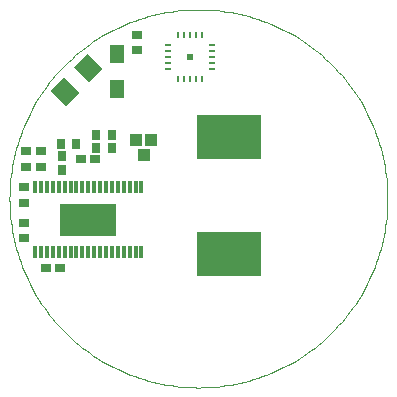
<source format=gbp>
G75*
%MOIN*%
%OFA0B0*%
%FSLAX25Y25*%
%IPPOS*%
%LPD*%
%AMOC8*
5,1,8,0,0,1.08239X$1,22.5*
%
%ADD10C,0.00004*%
%ADD11R,0.01240X0.04331*%
%ADD12R,0.18701X0.10827*%
%ADD13R,0.21654X0.15157*%
%ADD14R,0.02913X0.03642*%
%ADD15R,0.03543X0.02756*%
%ADD16R,0.03642X0.02913*%
%ADD17R,0.02756X0.03543*%
%ADD18R,0.01969X0.01969*%
%ADD19R,0.00800X0.01900*%
%ADD20R,0.01900X0.00800*%
%ADD21R,0.04724X0.05906*%
%ADD22R,0.06299X0.07087*%
%ADD23R,0.04000X0.04000*%
D10*
X0003244Y0070252D02*
X0003263Y0071798D01*
X0003320Y0073343D01*
X0003415Y0074886D01*
X0003547Y0076426D01*
X0003718Y0077963D01*
X0003926Y0079495D01*
X0004171Y0081021D01*
X0004454Y0082541D01*
X0004775Y0084054D01*
X0005132Y0085558D01*
X0005526Y0087053D01*
X0005956Y0088538D01*
X0006423Y0090011D01*
X0006926Y0091473D01*
X0007465Y0092923D01*
X0008039Y0094358D01*
X0008648Y0095779D01*
X0009292Y0097185D01*
X0009970Y0098574D01*
X0010682Y0099946D01*
X0011427Y0101301D01*
X0012206Y0102636D01*
X0013017Y0103953D01*
X0013860Y0105248D01*
X0014735Y0106523D01*
X0015640Y0107776D01*
X0016576Y0109007D01*
X0017543Y0110214D01*
X0018538Y0111397D01*
X0019562Y0112555D01*
X0020614Y0113688D01*
X0021694Y0114794D01*
X0022800Y0115874D01*
X0023933Y0116926D01*
X0025091Y0117950D01*
X0026274Y0118945D01*
X0027481Y0119912D01*
X0028712Y0120848D01*
X0029965Y0121753D01*
X0031240Y0122628D01*
X0032535Y0123471D01*
X0033852Y0124282D01*
X0035187Y0125061D01*
X0036542Y0125806D01*
X0037914Y0126518D01*
X0039303Y0127196D01*
X0040709Y0127840D01*
X0042130Y0128449D01*
X0043565Y0129023D01*
X0045015Y0129562D01*
X0046477Y0130065D01*
X0047950Y0130532D01*
X0049435Y0130962D01*
X0050930Y0131356D01*
X0052434Y0131713D01*
X0053947Y0132034D01*
X0055467Y0132317D01*
X0056993Y0132562D01*
X0058525Y0132770D01*
X0060062Y0132941D01*
X0061602Y0133073D01*
X0063145Y0133168D01*
X0064690Y0133225D01*
X0066236Y0133244D01*
X0067782Y0133225D01*
X0069327Y0133168D01*
X0070870Y0133073D01*
X0072410Y0132941D01*
X0073947Y0132770D01*
X0075479Y0132562D01*
X0077005Y0132317D01*
X0078525Y0132034D01*
X0080038Y0131713D01*
X0081542Y0131356D01*
X0083037Y0130962D01*
X0084522Y0130532D01*
X0085995Y0130065D01*
X0087457Y0129562D01*
X0088907Y0129023D01*
X0090342Y0128449D01*
X0091763Y0127840D01*
X0093169Y0127196D01*
X0094558Y0126518D01*
X0095930Y0125806D01*
X0097285Y0125061D01*
X0098620Y0124282D01*
X0099937Y0123471D01*
X0101232Y0122628D01*
X0102507Y0121753D01*
X0103760Y0120848D01*
X0104991Y0119912D01*
X0106198Y0118945D01*
X0107381Y0117950D01*
X0108539Y0116926D01*
X0109672Y0115874D01*
X0110778Y0114794D01*
X0111858Y0113688D01*
X0112910Y0112555D01*
X0113934Y0111397D01*
X0114929Y0110214D01*
X0115896Y0109007D01*
X0116832Y0107776D01*
X0117737Y0106523D01*
X0118612Y0105248D01*
X0119455Y0103953D01*
X0120266Y0102636D01*
X0121045Y0101301D01*
X0121790Y0099946D01*
X0122502Y0098574D01*
X0123180Y0097185D01*
X0123824Y0095779D01*
X0124433Y0094358D01*
X0125007Y0092923D01*
X0125546Y0091473D01*
X0126049Y0090011D01*
X0126516Y0088538D01*
X0126946Y0087053D01*
X0127340Y0085558D01*
X0127697Y0084054D01*
X0128018Y0082541D01*
X0128301Y0081021D01*
X0128546Y0079495D01*
X0128754Y0077963D01*
X0128925Y0076426D01*
X0129057Y0074886D01*
X0129152Y0073343D01*
X0129209Y0071798D01*
X0129228Y0070252D01*
X0129209Y0068706D01*
X0129152Y0067161D01*
X0129057Y0065618D01*
X0128925Y0064078D01*
X0128754Y0062541D01*
X0128546Y0061009D01*
X0128301Y0059483D01*
X0128018Y0057963D01*
X0127697Y0056450D01*
X0127340Y0054946D01*
X0126946Y0053451D01*
X0126516Y0051966D01*
X0126049Y0050493D01*
X0125546Y0049031D01*
X0125007Y0047581D01*
X0124433Y0046146D01*
X0123824Y0044725D01*
X0123180Y0043319D01*
X0122502Y0041930D01*
X0121790Y0040558D01*
X0121045Y0039203D01*
X0120266Y0037868D01*
X0119455Y0036551D01*
X0118612Y0035256D01*
X0117737Y0033981D01*
X0116832Y0032728D01*
X0115896Y0031497D01*
X0114929Y0030290D01*
X0113934Y0029107D01*
X0112910Y0027949D01*
X0111858Y0026816D01*
X0110778Y0025710D01*
X0109672Y0024630D01*
X0108539Y0023578D01*
X0107381Y0022554D01*
X0106198Y0021559D01*
X0104991Y0020592D01*
X0103760Y0019656D01*
X0102507Y0018751D01*
X0101232Y0017876D01*
X0099937Y0017033D01*
X0098620Y0016222D01*
X0097285Y0015443D01*
X0095930Y0014698D01*
X0094558Y0013986D01*
X0093169Y0013308D01*
X0091763Y0012664D01*
X0090342Y0012055D01*
X0088907Y0011481D01*
X0087457Y0010942D01*
X0085995Y0010439D01*
X0084522Y0009972D01*
X0083037Y0009542D01*
X0081542Y0009148D01*
X0080038Y0008791D01*
X0078525Y0008470D01*
X0077005Y0008187D01*
X0075479Y0007942D01*
X0073947Y0007734D01*
X0072410Y0007563D01*
X0070870Y0007431D01*
X0069327Y0007336D01*
X0067782Y0007279D01*
X0066236Y0007260D01*
X0064690Y0007279D01*
X0063145Y0007336D01*
X0061602Y0007431D01*
X0060062Y0007563D01*
X0058525Y0007734D01*
X0056993Y0007942D01*
X0055467Y0008187D01*
X0053947Y0008470D01*
X0052434Y0008791D01*
X0050930Y0009148D01*
X0049435Y0009542D01*
X0047950Y0009972D01*
X0046477Y0010439D01*
X0045015Y0010942D01*
X0043565Y0011481D01*
X0042130Y0012055D01*
X0040709Y0012664D01*
X0039303Y0013308D01*
X0037914Y0013986D01*
X0036542Y0014698D01*
X0035187Y0015443D01*
X0033852Y0016222D01*
X0032535Y0017033D01*
X0031240Y0017876D01*
X0029965Y0018751D01*
X0028712Y0019656D01*
X0027481Y0020592D01*
X0026274Y0021559D01*
X0025091Y0022554D01*
X0023933Y0023578D01*
X0022800Y0024630D01*
X0021694Y0025710D01*
X0020614Y0026816D01*
X0019562Y0027949D01*
X0018538Y0029107D01*
X0017543Y0030290D01*
X0016576Y0031497D01*
X0015640Y0032728D01*
X0014735Y0033981D01*
X0013860Y0035256D01*
X0013017Y0036551D01*
X0012206Y0037868D01*
X0011427Y0039203D01*
X0010682Y0040558D01*
X0009970Y0041930D01*
X0009292Y0043319D01*
X0008648Y0044725D01*
X0008039Y0046146D01*
X0007465Y0047581D01*
X0006926Y0049031D01*
X0006423Y0050493D01*
X0005956Y0051966D01*
X0005526Y0053451D01*
X0005132Y0054946D01*
X0004775Y0056450D01*
X0004454Y0057963D01*
X0004171Y0059483D01*
X0003926Y0061009D01*
X0003718Y0062541D01*
X0003547Y0064078D01*
X0003415Y0065618D01*
X0003320Y0067161D01*
X0003263Y0068706D01*
X0003244Y0070252D01*
D11*
X0011807Y0074071D03*
X0013776Y0074071D03*
X0015744Y0074071D03*
X0017713Y0074071D03*
X0019681Y0074071D03*
X0021650Y0074071D03*
X0023618Y0074071D03*
X0025587Y0074071D03*
X0027555Y0074071D03*
X0029524Y0074071D03*
X0031492Y0074071D03*
X0033461Y0074071D03*
X0035429Y0074071D03*
X0037398Y0074071D03*
X0039366Y0074071D03*
X0041335Y0074071D03*
X0043303Y0074071D03*
X0045272Y0074071D03*
X0047240Y0074071D03*
X0047240Y0052417D03*
X0045272Y0052417D03*
X0043303Y0052417D03*
X0041335Y0052417D03*
X0039366Y0052417D03*
X0037398Y0052417D03*
X0035429Y0052417D03*
X0033461Y0052417D03*
X0031492Y0052417D03*
X0029524Y0052417D03*
X0027555Y0052417D03*
X0025587Y0052417D03*
X0023618Y0052417D03*
X0021650Y0052417D03*
X0019681Y0052417D03*
X0017713Y0052417D03*
X0015744Y0052417D03*
X0013776Y0052417D03*
X0011807Y0052417D03*
D12*
X0029524Y0063244D03*
D13*
X0076472Y0051689D03*
X0076472Y0090862D03*
D14*
X0020843Y0084406D03*
X0020843Y0079681D03*
D15*
X0013776Y0080882D03*
X0008677Y0080823D03*
X0008677Y0085941D03*
X0013776Y0086000D03*
X0008008Y0074012D03*
X0008008Y0068894D03*
X0008008Y0062083D03*
X0008008Y0056965D03*
X0045744Y0119681D03*
X0045744Y0124799D03*
D16*
X0015528Y0047083D03*
X0020252Y0047083D03*
X0027004Y0083598D03*
X0031728Y0083598D03*
D17*
X0032201Y0087122D03*
X0032201Y0091315D03*
X0037319Y0091315D03*
X0037319Y0087122D03*
X0025488Y0088480D03*
X0020370Y0088480D03*
D18*
X0063500Y0117358D03*
D19*
X0063500Y0110058D03*
X0065450Y0110058D03*
X0067450Y0110058D03*
X0061550Y0110058D03*
X0059550Y0110058D03*
X0059550Y0124658D03*
X0061550Y0124658D03*
X0063500Y0124658D03*
X0065450Y0124658D03*
X0067450Y0124658D03*
D20*
X0070800Y0121308D03*
X0070800Y0119308D03*
X0070800Y0117358D03*
X0070800Y0115408D03*
X0070800Y0113408D03*
X0056200Y0113408D03*
X0056200Y0115408D03*
X0056200Y0117358D03*
X0056200Y0119308D03*
X0056200Y0121308D03*
D21*
X0039189Y0118303D03*
X0039189Y0106886D03*
D22*
G36*
X0024906Y0113953D02*
X0029359Y0118406D01*
X0034368Y0113397D01*
X0029915Y0108944D01*
X0024906Y0113953D01*
G37*
G36*
X0017111Y0106158D02*
X0021564Y0110611D01*
X0026573Y0105602D01*
X0022120Y0101149D01*
X0017111Y0106158D01*
G37*
D23*
X0045587Y0089862D03*
X0048087Y0084862D03*
X0050587Y0089862D03*
M02*

</source>
